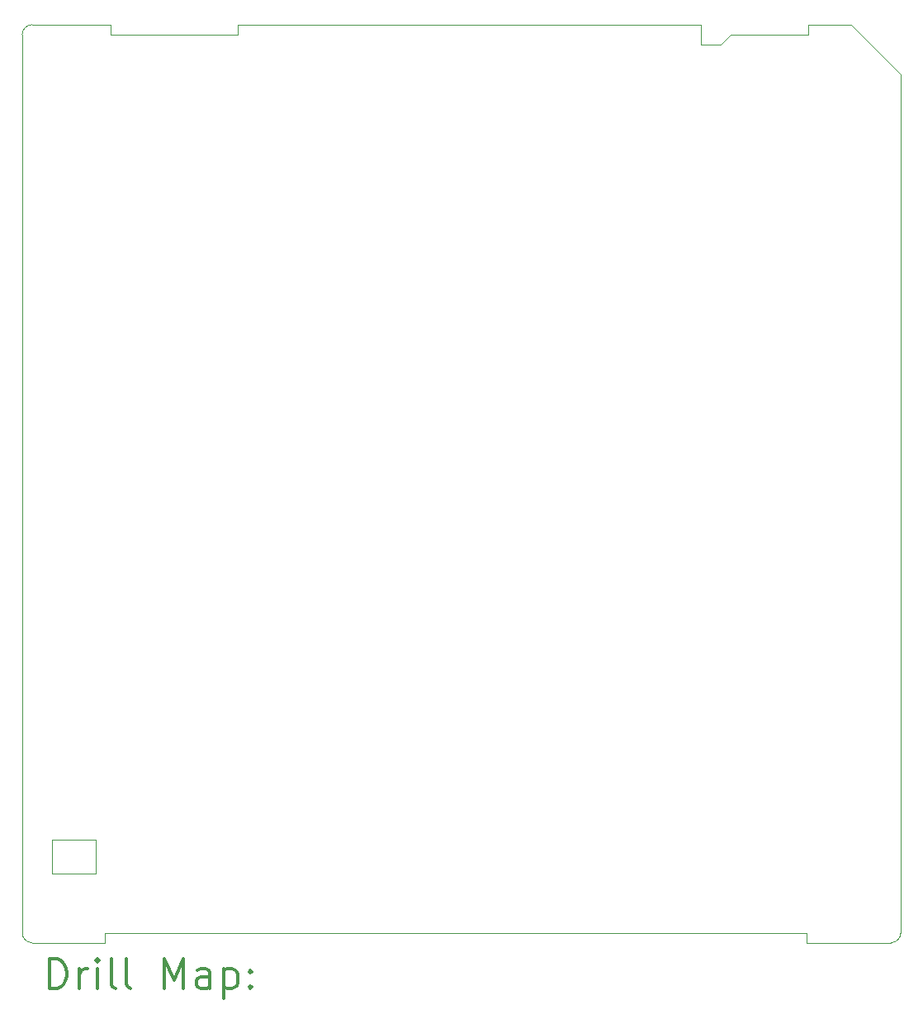
<source format=gbr>
%FSLAX45Y45*%
G04 Gerber Fmt 4.5, Leading zero omitted, Abs format (unit mm)*
G04 Created by KiCad (PCBNEW (5.1.6)-1) date 2024-03-17 16:58:40*
%MOMM*%
%LPD*%
G01*
G04 APERTURE LIST*
%TA.AperFunction,Profile*%
%ADD10C,0.050000*%
%TD*%
%ADD11C,0.200000*%
%ADD12C,0.300000*%
G04 APERTURE END LIST*
D10*
X10255250Y-15119350D02*
X11004550Y-15119350D01*
X19062700Y-15119350D02*
X18199100Y-15119350D01*
X18199100Y-15017750D02*
X18199100Y-15119350D01*
X11004550Y-15017750D02*
X18199100Y-15017750D01*
X11004550Y-15119350D02*
X11004550Y-15017750D01*
X10458450Y-14065250D02*
X10458450Y-14414500D01*
X10909300Y-14065250D02*
X10458450Y-14065250D01*
X10909300Y-14414500D02*
X10909300Y-14065250D01*
X10458450Y-14414500D02*
X10909300Y-14414500D01*
X18218150Y-5715000D02*
X18656300Y-5715000D01*
X17316450Y-5918200D02*
X17418050Y-5816600D01*
X18218150Y-5816600D02*
X17418050Y-5816600D01*
X18218150Y-5715000D02*
X18218150Y-5816600D01*
X19164300Y-6223000D02*
X18656300Y-5715000D01*
X19164300Y-6223000D02*
X19164300Y-6223000D01*
X17113250Y-5918200D02*
X17316450Y-5918200D01*
X17113250Y-5715000D02*
X17113250Y-5918200D01*
X10255250Y-5715000D02*
X11061700Y-5715000D01*
X12363450Y-5816600D02*
X12363450Y-5715000D01*
X11061700Y-5816600D02*
X12363450Y-5816600D01*
X11061700Y-5715000D02*
X11061700Y-5816600D01*
X10153650Y-5816600D02*
G75*
G02*
X10255250Y-5715000I101600J0D01*
G01*
X10255250Y-15119350D02*
G75*
G02*
X10153650Y-15017750I0J101600D01*
G01*
X19164300Y-15017750D02*
G75*
G02*
X19062700Y-15119350I-101600J0D01*
G01*
X17113250Y-5715000D02*
X12363450Y-5715000D01*
X19164300Y-15017750D02*
X19164300Y-6223000D01*
X10153650Y-5816600D02*
X10153650Y-15017750D01*
D11*
D12*
X10437578Y-15587564D02*
X10437578Y-15287564D01*
X10509007Y-15287564D01*
X10551864Y-15301850D01*
X10580436Y-15330421D01*
X10594721Y-15358993D01*
X10609007Y-15416136D01*
X10609007Y-15458993D01*
X10594721Y-15516136D01*
X10580436Y-15544707D01*
X10551864Y-15573279D01*
X10509007Y-15587564D01*
X10437578Y-15587564D01*
X10737578Y-15587564D02*
X10737578Y-15387564D01*
X10737578Y-15444707D02*
X10751864Y-15416136D01*
X10766150Y-15401850D01*
X10794721Y-15387564D01*
X10823293Y-15387564D01*
X10923293Y-15587564D02*
X10923293Y-15387564D01*
X10923293Y-15287564D02*
X10909007Y-15301850D01*
X10923293Y-15316136D01*
X10937578Y-15301850D01*
X10923293Y-15287564D01*
X10923293Y-15316136D01*
X11109007Y-15587564D02*
X11080436Y-15573279D01*
X11066150Y-15544707D01*
X11066150Y-15287564D01*
X11266150Y-15587564D02*
X11237578Y-15573279D01*
X11223293Y-15544707D01*
X11223293Y-15287564D01*
X11609007Y-15587564D02*
X11609007Y-15287564D01*
X11709007Y-15501850D01*
X11809007Y-15287564D01*
X11809007Y-15587564D01*
X12080436Y-15587564D02*
X12080436Y-15430421D01*
X12066150Y-15401850D01*
X12037578Y-15387564D01*
X11980436Y-15387564D01*
X11951864Y-15401850D01*
X12080436Y-15573279D02*
X12051864Y-15587564D01*
X11980436Y-15587564D01*
X11951864Y-15573279D01*
X11937578Y-15544707D01*
X11937578Y-15516136D01*
X11951864Y-15487564D01*
X11980436Y-15473279D01*
X12051864Y-15473279D01*
X12080436Y-15458993D01*
X12223293Y-15387564D02*
X12223293Y-15687564D01*
X12223293Y-15401850D02*
X12251864Y-15387564D01*
X12309007Y-15387564D01*
X12337578Y-15401850D01*
X12351864Y-15416136D01*
X12366150Y-15444707D01*
X12366150Y-15530421D01*
X12351864Y-15558993D01*
X12337578Y-15573279D01*
X12309007Y-15587564D01*
X12251864Y-15587564D01*
X12223293Y-15573279D01*
X12494721Y-15558993D02*
X12509007Y-15573279D01*
X12494721Y-15587564D01*
X12480436Y-15573279D01*
X12494721Y-15558993D01*
X12494721Y-15587564D01*
X12494721Y-15401850D02*
X12509007Y-15416136D01*
X12494721Y-15430421D01*
X12480436Y-15416136D01*
X12494721Y-15401850D01*
X12494721Y-15430421D01*
M02*

</source>
